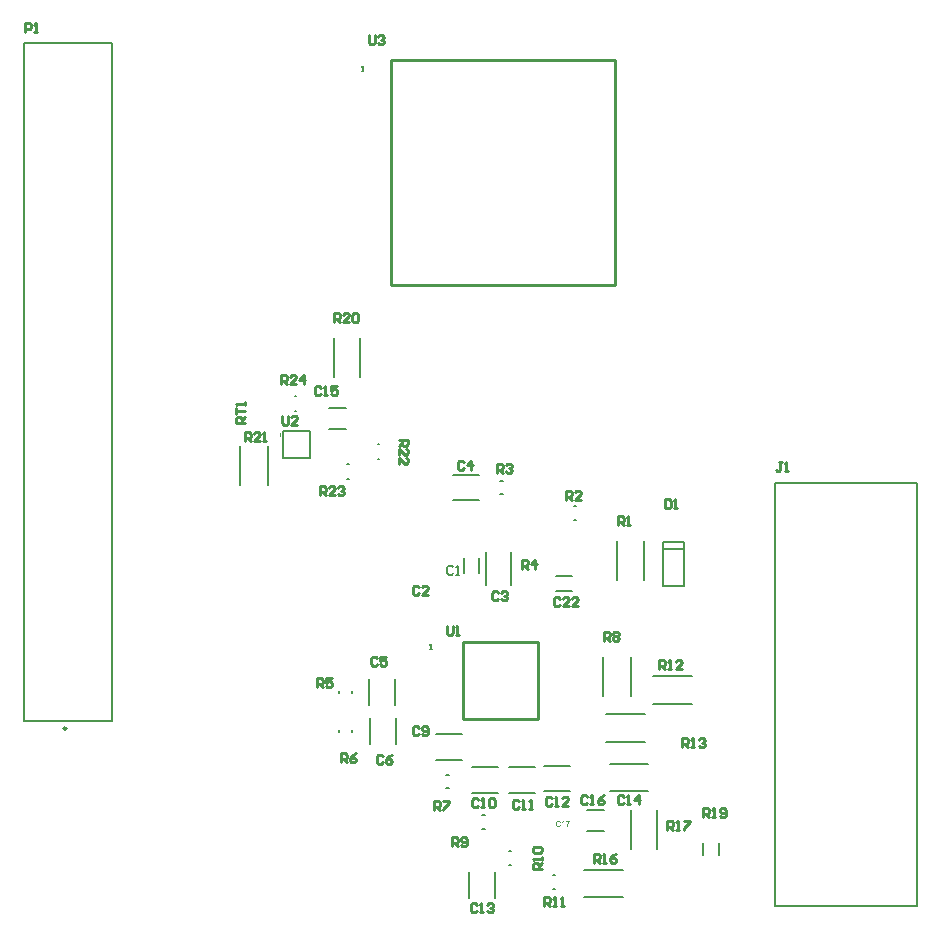
<source format=gto>
G04*
G04 #@! TF.GenerationSoftware,Altium Limited,Altium Designer,24.10.1 (45)*
G04*
G04 Layer_Color=65535*
%FSLAX44Y44*%
%MOMM*%
G71*
G04*
G04 #@! TF.SameCoordinates,DF843893-4558-481A-A0A7-994FBF74EE7B*
G04*
G04*
G04 #@! TF.FilePolarity,Positive*
G04*
G01*
G75*
%ADD10C,0.2500*%
%ADD11C,0.2540*%
%ADD12C,0.2000*%
%ADD13C,0.1270*%
%ADD14C,0.1800*%
G36*
X456249Y81253D02*
X456311Y81248D01*
X456382Y81238D01*
X456463Y81224D01*
X456553Y81210D01*
X456643Y81191D01*
X456743Y81167D01*
X456847Y81134D01*
X456947Y81101D01*
X457052Y81058D01*
X457156Y81006D01*
X457256Y80949D01*
X457351Y80882D01*
X457356Y80877D01*
X457375Y80863D01*
X457398Y80844D01*
X457432Y80816D01*
X457474Y80778D01*
X457517Y80730D01*
X457569Y80673D01*
X457626Y80611D01*
X457683Y80540D01*
X457740Y80464D01*
X457797Y80379D01*
X457854Y80284D01*
X457911Y80184D01*
X457964Y80075D01*
X458006Y79961D01*
X458049Y79837D01*
X457413Y79690D01*
Y79695D01*
X457403Y79714D01*
X457394Y79742D01*
X457379Y79776D01*
X457365Y79818D01*
X457341Y79871D01*
X457318Y79923D01*
X457289Y79984D01*
X457218Y80108D01*
X457132Y80236D01*
X457033Y80355D01*
X456976Y80412D01*
X456919Y80459D01*
X456914Y80464D01*
X456904Y80469D01*
X456885Y80483D01*
X456862Y80497D01*
X456828Y80516D01*
X456790Y80535D01*
X456748Y80559D01*
X456695Y80583D01*
X456643Y80607D01*
X456581Y80630D01*
X456515Y80649D01*
X456444Y80668D01*
X456287Y80697D01*
X456201Y80702D01*
X456111Y80706D01*
X456059D01*
X456016Y80702D01*
X455969Y80697D01*
X455912Y80692D01*
X455850Y80683D01*
X455783Y80673D01*
X455631Y80640D01*
X455555Y80621D01*
X455475Y80592D01*
X455399Y80559D01*
X455318Y80526D01*
X455242Y80483D01*
X455171Y80436D01*
X455166Y80431D01*
X455156Y80421D01*
X455137Y80407D01*
X455109Y80388D01*
X455080Y80360D01*
X455042Y80326D01*
X455004Y80288D01*
X454967Y80246D01*
X454919Y80193D01*
X454876Y80141D01*
X454833Y80079D01*
X454791Y80013D01*
X454748Y79946D01*
X454710Y79871D01*
X454677Y79795D01*
X454644Y79709D01*
Y79704D01*
X454639Y79690D01*
X454629Y79666D01*
X454620Y79633D01*
X454610Y79590D01*
X454596Y79543D01*
X454582Y79486D01*
X454567Y79424D01*
X454553Y79358D01*
X454539Y79282D01*
X454515Y79125D01*
X454496Y78954D01*
X454492Y78778D01*
Y78773D01*
Y78749D01*
Y78716D01*
X454496Y78674D01*
Y78621D01*
X454501Y78555D01*
X454506Y78488D01*
X454515Y78408D01*
X454525Y78327D01*
X454534Y78241D01*
X454567Y78056D01*
X454610Y77871D01*
X454672Y77690D01*
Y77685D01*
X454682Y77671D01*
X454691Y77648D01*
X454705Y77614D01*
X454724Y77576D01*
X454748Y77534D01*
X454810Y77434D01*
X454891Y77320D01*
X454986Y77206D01*
X455099Y77097D01*
X455166Y77049D01*
X455232Y77002D01*
X455237Y76997D01*
X455251Y76992D01*
X455270Y76983D01*
X455299Y76968D01*
X455332Y76949D01*
X455375Y76930D01*
X455422Y76911D01*
X455479Y76888D01*
X455536Y76869D01*
X455603Y76845D01*
X455741Y76812D01*
X455897Y76783D01*
X455978Y76778D01*
X456059Y76774D01*
X456111D01*
X456149Y76778D01*
X456197Y76783D01*
X456249Y76788D01*
X456311Y76797D01*
X456377Y76812D01*
X456520Y76850D01*
X456596Y76873D01*
X456676Y76902D01*
X456752Y76940D01*
X456828Y76983D01*
X456904Y77030D01*
X456976Y77082D01*
X456980Y77087D01*
X456990Y77097D01*
X457014Y77116D01*
X457037Y77139D01*
X457066Y77173D01*
X457104Y77215D01*
X457142Y77263D01*
X457180Y77315D01*
X457223Y77377D01*
X457265Y77448D01*
X457308Y77524D01*
X457351Y77605D01*
X457389Y77695D01*
X457422Y77795D01*
X457455Y77899D01*
X457484Y78008D01*
X458130Y77847D01*
Y77838D01*
X458120Y77814D01*
X458106Y77771D01*
X458092Y77719D01*
X458068Y77652D01*
X458040Y77576D01*
X458002Y77491D01*
X457964Y77401D01*
X457916Y77301D01*
X457864Y77201D01*
X457802Y77101D01*
X457736Y77002D01*
X457660Y76902D01*
X457584Y76807D01*
X457493Y76717D01*
X457398Y76636D01*
X457394Y76631D01*
X457375Y76617D01*
X457346Y76598D01*
X457303Y76569D01*
X457251Y76541D01*
X457189Y76508D01*
X457118Y76470D01*
X457042Y76432D01*
X456952Y76389D01*
X456852Y76356D01*
X456748Y76318D01*
X456634Y76289D01*
X456510Y76261D01*
X456387Y76242D01*
X456249Y76227D01*
X456111Y76223D01*
X456035D01*
X455978Y76227D01*
X455912Y76232D01*
X455836Y76242D01*
X455750Y76251D01*
X455655Y76261D01*
X455555Y76280D01*
X455451Y76299D01*
X455346Y76327D01*
X455237Y76356D01*
X455133Y76394D01*
X455023Y76436D01*
X454924Y76484D01*
X454829Y76541D01*
X454824Y76546D01*
X454810Y76555D01*
X454781Y76574D01*
X454748Y76603D01*
X454705Y76631D01*
X454663Y76674D01*
X454610Y76721D01*
X454553Y76778D01*
X454492Y76840D01*
X454430Y76907D01*
X454368Y76983D01*
X454306Y77068D01*
X454249Y77158D01*
X454188Y77253D01*
X454135Y77358D01*
X454083Y77467D01*
X454078Y77477D01*
X454073Y77496D01*
X454059Y77529D01*
X454045Y77572D01*
X454026Y77628D01*
X454002Y77695D01*
X453979Y77771D01*
X453955Y77856D01*
X453931Y77951D01*
X453907Y78051D01*
X453888Y78161D01*
X453865Y78274D01*
X453850Y78393D01*
X453836Y78517D01*
X453831Y78645D01*
X453826Y78773D01*
Y78783D01*
Y78807D01*
Y78849D01*
X453831Y78902D01*
X453836Y78968D01*
X453841Y79044D01*
X453850Y79130D01*
X453865Y79225D01*
X453879Y79324D01*
X453898Y79429D01*
X453922Y79543D01*
X453950Y79652D01*
X453983Y79766D01*
X454021Y79880D01*
X454064Y79989D01*
X454116Y80098D01*
X454121Y80103D01*
X454131Y80122D01*
X454145Y80155D01*
X454169Y80193D01*
X454202Y80241D01*
X454235Y80293D01*
X454278Y80355D01*
X454330Y80421D01*
X454382Y80488D01*
X454444Y80559D01*
X454515Y80630D01*
X454586Y80702D01*
X454667Y80773D01*
X454753Y80839D01*
X454843Y80906D01*
X454943Y80963D01*
X454948Y80968D01*
X454967Y80977D01*
X454995Y80991D01*
X455038Y81010D01*
X455085Y81029D01*
X455147Y81058D01*
X455213Y81082D01*
X455294Y81110D01*
X455375Y81139D01*
X455465Y81162D01*
X455565Y81191D01*
X455669Y81210D01*
X455779Y81229D01*
X455888Y81243D01*
X456007Y81253D01*
X456125Y81257D01*
X456197D01*
X456249Y81253D01*
D02*
G37*
G36*
X465653Y80645D02*
X465649Y80640D01*
X465634Y80621D01*
X465606Y80592D01*
X465573Y80554D01*
X465530Y80502D01*
X465482Y80445D01*
X465425Y80374D01*
X465364Y80293D01*
X465297Y80203D01*
X465221Y80103D01*
X465145Y79994D01*
X465065Y79875D01*
X464984Y79752D01*
X464898Y79619D01*
X464813Y79476D01*
X464727Y79324D01*
X464723Y79315D01*
X464708Y79286D01*
X464684Y79243D01*
X464651Y79182D01*
X464613Y79110D01*
X464571Y79020D01*
X464523Y78920D01*
X464471Y78807D01*
X464414Y78683D01*
X464357Y78555D01*
X464295Y78412D01*
X464238Y78270D01*
X464181Y78118D01*
X464124Y77961D01*
X464072Y77800D01*
X464024Y77638D01*
Y77633D01*
X464015Y77610D01*
X464005Y77576D01*
X463996Y77534D01*
X463982Y77477D01*
X463963Y77405D01*
X463948Y77329D01*
X463929Y77244D01*
X463910Y77149D01*
X463891Y77044D01*
X463872Y76935D01*
X463853Y76816D01*
X463834Y76698D01*
X463820Y76569D01*
X463796Y76303D01*
X463184D01*
Y76308D01*
Y76332D01*
X463188Y76360D01*
Y76403D01*
X463193Y76460D01*
X463198Y76527D01*
X463207Y76603D01*
X463217Y76688D01*
X463226Y76788D01*
X463241Y76892D01*
X463260Y77006D01*
X463283Y77125D01*
X463307Y77258D01*
X463336Y77391D01*
X463369Y77538D01*
X463407Y77685D01*
Y77690D01*
X463412Y77695D01*
X463416Y77723D01*
X463431Y77766D01*
X463445Y77823D01*
X463469Y77899D01*
X463497Y77985D01*
X463526Y78080D01*
X463564Y78189D01*
X463606Y78303D01*
X463654Y78426D01*
X463701Y78559D01*
X463758Y78692D01*
X463882Y78973D01*
X464024Y79258D01*
X464029Y79267D01*
X464043Y79291D01*
X464067Y79329D01*
X464096Y79386D01*
X464134Y79448D01*
X464176Y79524D01*
X464229Y79609D01*
X464286Y79700D01*
X464347Y79799D01*
X464414Y79904D01*
X464556Y80117D01*
X464718Y80331D01*
X464799Y80436D01*
X464884Y80535D01*
X462504D01*
Y81110D01*
X465653D01*
Y80645D01*
D02*
G37*
G36*
X460932Y76303D02*
X460334D01*
Y80108D01*
X460329D01*
X460324Y80098D01*
X460310Y80089D01*
X460296Y80075D01*
X460248Y80032D01*
X460182Y79980D01*
X460101Y79918D01*
X460001Y79847D01*
X459887Y79771D01*
X459764Y79695D01*
X459759D01*
X459749Y79685D01*
X459730Y79676D01*
X459707Y79661D01*
X459674Y79643D01*
X459640Y79623D01*
X459555Y79581D01*
X459460Y79533D01*
X459355Y79481D01*
X459246Y79433D01*
X459142Y79391D01*
Y79965D01*
X459146Y79970D01*
X459165Y79975D01*
X459189Y79989D01*
X459227Y80008D01*
X459270Y80032D01*
X459317Y80060D01*
X459374Y80089D01*
X459436Y80127D01*
X459574Y80208D01*
X459721Y80307D01*
X459868Y80417D01*
X460015Y80535D01*
X460020Y80540D01*
X460030Y80550D01*
X460053Y80569D01*
X460077Y80592D01*
X460106Y80626D01*
X460144Y80659D01*
X460182Y80702D01*
X460224Y80744D01*
X460310Y80844D01*
X460396Y80953D01*
X460476Y81072D01*
X460514Y81129D01*
X460543Y81191D01*
X460932D01*
Y76303D01*
D02*
G37*
G36*
X220968Y406400D02*
X220574D01*
Y408903D01*
X220571D01*
X220568Y408896D01*
X220559Y408890D01*
X220549Y408881D01*
X220518Y408853D01*
X220474Y408818D01*
X220421Y408778D01*
X220355Y408731D01*
X220280Y408681D01*
X220199Y408631D01*
X220196D01*
X220190Y408624D01*
X220177Y408618D01*
X220162Y408609D01*
X220140Y408596D01*
X220118Y408584D01*
X220062Y408556D01*
X219999Y408525D01*
X219931Y408490D01*
X219859Y408459D01*
X219790Y408431D01*
Y408809D01*
X219793Y408812D01*
X219806Y408815D01*
X219821Y408824D01*
X219846Y408837D01*
X219874Y408853D01*
X219906Y408871D01*
X219943Y408890D01*
X219984Y408915D01*
X220074Y408968D01*
X220171Y409034D01*
X220268Y409106D01*
X220365Y409184D01*
X220368Y409187D01*
X220374Y409193D01*
X220390Y409206D01*
X220406Y409221D01*
X220424Y409243D01*
X220449Y409265D01*
X220474Y409293D01*
X220502Y409321D01*
X220559Y409387D01*
X220615Y409459D01*
X220668Y409537D01*
X220693Y409574D01*
X220712Y409615D01*
X220968D01*
Y406400D01*
D02*
G37*
D10*
X39350Y159350D02*
G03*
X39350Y159350I-1250J0D01*
G01*
D11*
X375370Y232560D02*
X438870D01*
X375370Y167790D02*
X438870D01*
Y232560D01*
X375370Y167790D02*
Y232560D01*
X314390Y534870D02*
X503620D01*
X314390D02*
Y725370D01*
X503620Y534870D02*
Y724100D01*
X314390Y725370D02*
X503620D01*
X361312Y246529D02*
Y240181D01*
X362581Y238911D01*
X365120D01*
X366390Y240181D01*
Y246529D01*
X368929Y238911D02*
X371468D01*
X370199D01*
Y246529D01*
X368929Y245259D01*
X441849Y40008D02*
X434231D01*
Y43817D01*
X435501Y45086D01*
X438040D01*
X439310Y43817D01*
Y40008D01*
Y42547D02*
X441849Y45086D01*
Y47626D02*
Y50165D01*
Y48895D01*
X434231D01*
X435501Y47626D01*
Y53974D02*
X434231Y55243D01*
Y57782D01*
X435501Y59052D01*
X440579D01*
X441849Y57782D01*
Y55243D01*
X440579Y53974D01*
X435501D01*
X485778Y45721D02*
Y53339D01*
X489587D01*
X490856Y52069D01*
Y49530D01*
X489587Y48260D01*
X485778D01*
X488317D02*
X490856Y45721D01*
X493396D02*
X495935D01*
X494665D01*
Y53339D01*
X493396Y52069D01*
X504822Y53339D02*
X502283Y52069D01*
X499744Y49530D01*
Y46991D01*
X501013Y45721D01*
X503552D01*
X504822Y46991D01*
Y48260D01*
X503552Y49530D01*
X499744D01*
X560708Y143511D02*
Y151129D01*
X564517D01*
X565786Y149859D01*
Y147320D01*
X564517Y146050D01*
X560708D01*
X563247D02*
X565786Y143511D01*
X568326D02*
X570865D01*
X569595D01*
Y151129D01*
X568326Y149859D01*
X574674D02*
X575943Y151129D01*
X578482D01*
X579752Y149859D01*
Y148590D01*
X578482Y147320D01*
X577213D01*
X578482D01*
X579752Y146050D01*
Y144781D01*
X578482Y143511D01*
X575943D01*
X574674Y144781D01*
X457202Y269239D02*
X455932Y270509D01*
X453393D01*
X452123Y269239D01*
Y264161D01*
X453393Y262891D01*
X455932D01*
X457202Y264161D01*
X464819Y262891D02*
X459741D01*
X464819Y267970D01*
Y269239D01*
X463550Y270509D01*
X461010D01*
X459741Y269239D01*
X472437Y262891D02*
X467358D01*
X472437Y267970D01*
Y269239D01*
X471167Y270509D01*
X468628D01*
X467358Y269239D01*
X644904Y384808D02*
X642365D01*
X643635D01*
Y378460D01*
X642365Y377190D01*
X641096D01*
X639826Y378460D01*
X647443Y377190D02*
X649983D01*
X648713D01*
Y384808D01*
X647443Y383538D01*
X403862Y375921D02*
Y383539D01*
X407671D01*
X408940Y382269D01*
Y379730D01*
X407671Y378460D01*
X403862D01*
X406401D02*
X408940Y375921D01*
X411480Y382269D02*
X412749Y383539D01*
X415288D01*
X416558Y382269D01*
Y381000D01*
X415288Y379730D01*
X414019D01*
X415288D01*
X416558Y378460D01*
Y377191D01*
X415288Y375921D01*
X412749D01*
X411480Y377191D01*
X541255Y209551D02*
Y217169D01*
X545063D01*
X546333Y215899D01*
Y213360D01*
X545063Y212090D01*
X541255D01*
X543794D02*
X546333Y209551D01*
X548872D02*
X551411D01*
X550142D01*
Y217169D01*
X548872Y215899D01*
X560298Y209551D02*
X555220D01*
X560298Y214630D01*
Y215899D01*
X559029Y217169D01*
X556490D01*
X555220Y215899D01*
X511176Y101599D02*
X509907Y102869D01*
X507368D01*
X506098Y101599D01*
Y96521D01*
X507368Y95251D01*
X509907D01*
X511176Y96521D01*
X513716Y95251D02*
X516255D01*
X514985D01*
Y102869D01*
X513716Y101599D01*
X523872Y95251D02*
Y102869D01*
X520064Y99060D01*
X525142D01*
X443868Y8891D02*
Y16509D01*
X447676D01*
X448946Y15239D01*
Y12700D01*
X447676Y11430D01*
X443868D01*
X446407D02*
X448946Y8891D01*
X451485D02*
X454024D01*
X452755D01*
Y16509D01*
X451485Y15239D01*
X457833Y8891D02*
X460372D01*
X459103D01*
Y16509D01*
X457833Y15239D01*
X365762Y59691D02*
Y67309D01*
X369571D01*
X370840Y66039D01*
Y63500D01*
X369571Y62230D01*
X365762D01*
X368301D02*
X370840Y59691D01*
X373380Y60961D02*
X374649Y59691D01*
X377188D01*
X378458Y60961D01*
Y66039D01*
X377188Y67309D01*
X374649D01*
X373380Y66039D01*
Y64770D01*
X374649Y63500D01*
X378458D01*
X350632Y90171D02*
Y97789D01*
X354441D01*
X355710Y96519D01*
Y93980D01*
X354441Y92710D01*
X350632D01*
X353171D02*
X355710Y90171D01*
X358250Y97789D02*
X363328D01*
Y96519D01*
X358250Y91441D01*
Y90171D01*
X337820Y160019D02*
X336551Y161289D01*
X334012D01*
X332742Y160019D01*
Y154941D01*
X334012Y153671D01*
X336551D01*
X337820Y154941D01*
X340360D02*
X341629Y153671D01*
X344168D01*
X345438Y154941D01*
Y160019D01*
X344168Y161289D01*
X341629D01*
X340360Y160019D01*
Y158750D01*
X341629Y157480D01*
X345438D01*
X271782Y130811D02*
Y138429D01*
X275591D01*
X276860Y137159D01*
Y134620D01*
X275591Y133350D01*
X271782D01*
X274321D02*
X276860Y130811D01*
X284478Y138429D02*
X281939Y137159D01*
X279400Y134620D01*
Y132081D01*
X280669Y130811D01*
X283208D01*
X284478Y132081D01*
Y133350D01*
X283208Y134620D01*
X279400D01*
X337820Y278999D02*
X336551Y280269D01*
X334012D01*
X332742Y278999D01*
Y273921D01*
X334012Y272651D01*
X336551D01*
X337820Y273921D01*
X345438Y272651D02*
X340360D01*
X345438Y277730D01*
Y278999D01*
X344168Y280269D01*
X341629D01*
X340360Y278999D01*
X251462Y194311D02*
Y201929D01*
X255271D01*
X256540Y200659D01*
Y198120D01*
X255271Y196850D01*
X251462D01*
X254001D02*
X256540Y194311D01*
X264158Y201929D02*
X259080D01*
Y198120D01*
X261619Y199390D01*
X262888D01*
X264158Y198120D01*
Y195581D01*
X262888Y194311D01*
X260349D01*
X259080Y195581D01*
X405130Y274319D02*
X403861Y275589D01*
X401322D01*
X400052Y274319D01*
Y269241D01*
X401322Y267971D01*
X403861D01*
X405130Y269241D01*
X407670Y274319D02*
X408939Y275589D01*
X411478D01*
X412748Y274319D01*
Y273050D01*
X411478Y271780D01*
X410209D01*
X411478D01*
X412748Y270510D01*
Y269241D01*
X411478Y267971D01*
X408939D01*
X407670Y269241D01*
X375920Y384809D02*
X374651Y386079D01*
X372112D01*
X370842Y384809D01*
Y379731D01*
X372112Y378461D01*
X374651D01*
X375920Y379731D01*
X382268Y378461D02*
Y386079D01*
X378460Y382270D01*
X383538D01*
X386716Y10159D02*
X385447Y11429D01*
X382908D01*
X381638Y10159D01*
Y5081D01*
X382908Y3811D01*
X385447D01*
X386716Y5081D01*
X389256Y3811D02*
X391795D01*
X390525D01*
Y11429D01*
X389256Y10159D01*
X395604D02*
X396873Y11429D01*
X399412D01*
X400682Y10159D01*
Y8890D01*
X399412Y7620D01*
X398143D01*
X399412D01*
X400682Y6350D01*
Y5081D01*
X399412Y3811D01*
X396873D01*
X395604Y5081D01*
X480296Y101599D02*
X479027Y102869D01*
X476488D01*
X475218Y101599D01*
Y96521D01*
X476488Y95251D01*
X479027D01*
X480296Y96521D01*
X482836Y95251D02*
X485375D01*
X484105D01*
Y102869D01*
X482836Y101599D01*
X494262Y102869D02*
X491723Y101599D01*
X489184Y99060D01*
Y96521D01*
X490453Y95251D01*
X492992D01*
X494262Y96521D01*
Y97790D01*
X492992Y99060D01*
X489184D01*
X450216Y100329D02*
X448947Y101599D01*
X446408D01*
X445138Y100329D01*
Y95251D01*
X446408Y93981D01*
X448947D01*
X450216Y95251D01*
X452756Y93981D02*
X455295D01*
X454025D01*
Y101599D01*
X452756Y100329D01*
X464182Y93981D02*
X459104D01*
X464182Y99060D01*
Y100329D01*
X462912Y101599D01*
X460373D01*
X459104Y100329D01*
X422276Y97789D02*
X421006Y99059D01*
X418467D01*
X417198Y97789D01*
Y92711D01*
X418467Y91441D01*
X421006D01*
X422276Y92711D01*
X424815Y91441D02*
X427354D01*
X426085D01*
Y99059D01*
X424815Y97789D01*
X431163Y91441D02*
X433702D01*
X432433D01*
Y99059D01*
X431163Y97789D01*
X190503Y402591D02*
Y410209D01*
X194312D01*
X195581Y408939D01*
Y406400D01*
X194312Y405130D01*
X190503D01*
X193042D02*
X195581Y402591D01*
X203199D02*
X198120D01*
X203199Y407670D01*
Y408939D01*
X201929Y410209D01*
X199390D01*
X198120Y408939D01*
X205738Y402591D02*
X208277D01*
X207008D01*
Y410209D01*
X205738Y408939D01*
X387986Y99059D02*
X386717Y100329D01*
X384178D01*
X382908Y99059D01*
Y93981D01*
X384178Y92711D01*
X386717D01*
X387986Y93981D01*
X390526Y92711D02*
X393065D01*
X391795D01*
Y100329D01*
X390526Y99059D01*
X396874D02*
X398143Y100329D01*
X400682D01*
X401952Y99059D01*
Y93981D01*
X400682Y92711D01*
X398143D01*
X396874Y93981D01*
Y99059D01*
X266192Y503428D02*
Y511045D01*
X270001D01*
X271270Y509776D01*
Y507237D01*
X270001Y505967D01*
X266192D01*
X268731D02*
X271270Y503428D01*
X278888D02*
X273810D01*
X278888Y508506D01*
Y509776D01*
X277618Y511045D01*
X275079D01*
X273810Y509776D01*
X281427D02*
X282697Y511045D01*
X285236D01*
X286505Y509776D01*
Y504698D01*
X285236Y503428D01*
X282697D01*
X281427Y504698D01*
Y509776D01*
X295292Y746259D02*
Y739911D01*
X296562Y738641D01*
X299101D01*
X300370Y739911D01*
Y746259D01*
X302910Y744989D02*
X304179Y746259D01*
X306718D01*
X307988Y744989D01*
Y743720D01*
X306718Y742450D01*
X305449D01*
X306718D01*
X307988Y741180D01*
Y739911D01*
X306718Y738641D01*
X304179D01*
X302910Y739911D01*
X222252Y424179D02*
Y417831D01*
X223522Y416561D01*
X226061D01*
X227330Y417831D01*
Y424179D01*
X234948Y416561D02*
X229870D01*
X234948Y421640D01*
Y422909D01*
X233678Y424179D01*
X231139D01*
X229870Y422909D01*
X190499Y417833D02*
X182881D01*
Y421642D01*
X184151Y422911D01*
X186690D01*
X187960Y421642D01*
Y417833D01*
Y420372D02*
X190499Y422911D01*
X182881Y425450D02*
Y430529D01*
Y427990D01*
X190499D01*
Y433068D02*
Y435607D01*
Y434338D01*
X182881D01*
X184151Y433068D01*
X221234Y450850D02*
Y458467D01*
X225043D01*
X226312Y457198D01*
Y454659D01*
X225043Y453389D01*
X221234D01*
X223773D02*
X226312Y450850D01*
X233930D02*
X228852D01*
X233930Y455928D01*
Y457198D01*
X232660Y458467D01*
X230121D01*
X228852Y457198D01*
X240278Y450850D02*
Y458467D01*
X236469Y454659D01*
X241547D01*
X254003Y356871D02*
Y364489D01*
X257812D01*
X259082Y363219D01*
Y360680D01*
X257812Y359410D01*
X254003D01*
X256542D02*
X259082Y356871D01*
X266699D02*
X261621D01*
X266699Y361950D01*
Y363219D01*
X265430Y364489D01*
X262890D01*
X261621Y363219D01*
X269238D02*
X270508Y364489D01*
X273047D01*
X274317Y363219D01*
Y361950D01*
X273047Y360680D01*
X271778D01*
X273047D01*
X274317Y359410D01*
Y358141D01*
X273047Y356871D01*
X270508D01*
X269238Y358141D01*
X320660Y403857D02*
X328277D01*
Y400048D01*
X327008Y398778D01*
X324469D01*
X323199Y400048D01*
Y403857D01*
Y401317D02*
X320660Y398778D01*
Y391161D02*
Y396239D01*
X325738Y391161D01*
X327008D01*
X328277Y392430D01*
Y394970D01*
X327008Y396239D01*
X320660Y383543D02*
Y388622D01*
X325738Y383543D01*
X327008D01*
X328277Y384813D01*
Y387352D01*
X327008Y388622D01*
X578358Y84074D02*
Y91692D01*
X582167D01*
X583436Y90422D01*
Y87883D01*
X582167Y86613D01*
X578358D01*
X580897D02*
X583436Y84074D01*
X585975D02*
X588515D01*
X587245D01*
Y91692D01*
X585975Y90422D01*
X592323Y85344D02*
X593593Y84074D01*
X596132D01*
X597402Y85344D01*
Y90422D01*
X596132Y91692D01*
X593593D01*
X592323Y90422D01*
Y89152D01*
X593593Y87883D01*
X597402D01*
X548008Y73661D02*
Y81279D01*
X551817D01*
X553086Y80009D01*
Y77470D01*
X551817Y76200D01*
X548008D01*
X550547D02*
X553086Y73661D01*
X555626D02*
X558165D01*
X556895D01*
Y81279D01*
X555626Y80009D01*
X561974Y81279D02*
X567052D01*
Y80009D01*
X561974Y74931D01*
Y73661D01*
X494284Y233680D02*
Y241297D01*
X498093D01*
X499362Y240028D01*
Y237489D01*
X498093Y236219D01*
X494284D01*
X496823D02*
X499362Y233680D01*
X501902Y240028D02*
X503171Y241297D01*
X505710D01*
X506980Y240028D01*
Y238758D01*
X505710Y237489D01*
X506980Y236219D01*
Y234950D01*
X505710Y233680D01*
X503171D01*
X501902Y234950D01*
Y236219D01*
X503171Y237489D01*
X501902Y238758D01*
Y240028D01*
X503171Y237489D02*
X505710D01*
X424942Y294386D02*
Y302003D01*
X428751D01*
X430020Y300734D01*
Y298195D01*
X428751Y296925D01*
X424942D01*
X427481D02*
X430020Y294386D01*
X436368D02*
Y302003D01*
X432560Y298195D01*
X437638D01*
X462282Y353061D02*
Y360679D01*
X466091D01*
X467360Y359409D01*
Y356870D01*
X466091Y355600D01*
X462282D01*
X464821D02*
X467360Y353061D01*
X474978D02*
X469900D01*
X474978Y358140D01*
Y359409D01*
X473708Y360679D01*
X471169D01*
X469900Y359409D01*
X506222Y331470D02*
Y339087D01*
X510031D01*
X511300Y337818D01*
Y335279D01*
X510031Y334009D01*
X506222D01*
X508761D02*
X511300Y331470D01*
X513839D02*
X516379D01*
X515109D01*
Y339087D01*
X513839Y337818D01*
X4318Y748792D02*
Y756410D01*
X8127D01*
X9396Y755140D01*
Y752601D01*
X8127Y751331D01*
X4318D01*
X11935Y748792D02*
X14475D01*
X13205D01*
Y756410D01*
X11935Y755140D01*
X546100Y353565D02*
Y345948D01*
X549909D01*
X551178Y347218D01*
Y352296D01*
X549909Y353565D01*
X546100D01*
X553717Y345948D02*
X556257D01*
X554987D01*
Y353565D01*
X553717Y352296D01*
X254506Y447800D02*
X253237Y449070D01*
X250698D01*
X249428Y447800D01*
Y442722D01*
X250698Y441452D01*
X253237D01*
X254506Y442722D01*
X257045Y441452D02*
X259585D01*
X258315D01*
Y449070D01*
X257045Y447800D01*
X268472Y449070D02*
X263393D01*
Y445261D01*
X265933Y446530D01*
X267202D01*
X268472Y445261D01*
Y442722D01*
X267202Y441452D01*
X264663D01*
X263393Y442722D01*
X307340Y135889D02*
X306071Y137159D01*
X303532D01*
X302262Y135889D01*
Y130811D01*
X303532Y129541D01*
X306071D01*
X307340Y130811D01*
X314958Y137159D02*
X312419Y135889D01*
X309880Y133350D01*
Y130811D01*
X311149Y129541D01*
X313688D01*
X314958Y130811D01*
Y132080D01*
X313688Y133350D01*
X309880D01*
X302512Y218946D02*
X301243Y220215D01*
X298704D01*
X297434Y218946D01*
Y213868D01*
X298704Y212598D01*
X301243D01*
X302512Y213868D01*
X310130Y220215D02*
X305051D01*
Y216407D01*
X307591Y217676D01*
X308860D01*
X310130Y216407D01*
Y213868D01*
X308860Y212598D01*
X306321D01*
X305051Y213868D01*
D12*
X414180Y55280D02*
X416180D01*
X414180Y43780D02*
X416180D01*
X477901Y39251D02*
X510963D01*
X477901Y16629D02*
X510963D01*
X496549Y171801D02*
X529611D01*
X496549Y148239D02*
X529611D01*
X454120Y288290D02*
X467520D01*
X454120Y275590D02*
X467520D01*
X759470Y9410D02*
Y367310D01*
X639470D02*
X759470D01*
X639470Y9410D02*
X759470D01*
X639470D02*
Y367310D01*
X406670Y357470D02*
X408670D01*
X406670Y368970D02*
X408670D01*
X535919Y203551D02*
X568981D01*
X535919Y179989D02*
X568981D01*
X499329Y106569D02*
X531911D01*
X499329Y129651D02*
X531911D01*
X480430Y90030D02*
X494930D01*
X480430Y72530D02*
X494930D01*
X451120Y34960D02*
X453120D01*
X451120Y23460D02*
X453120D01*
X391430Y74260D02*
X393430D01*
X391430Y85760D02*
X393430D01*
X360950Y108550D02*
X362950D01*
X360950Y120050D02*
X362950D01*
X352100Y154260D02*
X374100D01*
X352100Y132760D02*
X374100D01*
X269840Y156480D02*
Y158480D01*
X281340Y156480D02*
Y158480D01*
X269840Y189500D02*
Y191500D01*
X281340Y189500D02*
Y191500D01*
X394319Y280579D02*
Y308701D01*
X415941Y280579D02*
Y308701D01*
X366310Y373970D02*
X388310D01*
X366310Y352470D02*
X388310D01*
X401910Y15670D02*
Y37670D01*
X380410Y15670D02*
Y37670D01*
X443660Y127590D02*
X465660D01*
X443660Y106090D02*
X465660D01*
X414450Y104820D02*
X436450D01*
X414450Y126320D02*
X436450D01*
X186339Y365739D02*
Y398801D01*
X209901Y365739D02*
Y398801D01*
X382700Y126320D02*
X404700D01*
X382700Y104820D02*
X404700D01*
X318090Y146600D02*
Y168600D01*
X296590Y146600D02*
Y168600D01*
X375920Y290670D02*
Y304070D01*
X388620Y290670D02*
Y304070D01*
X3100Y165850D02*
Y739850D01*
Y165850D02*
X78100D01*
Y739850D01*
X3100D02*
X78100D01*
X544895Y311150D02*
X562545D01*
Y279575D02*
Y317325D01*
X544895D02*
X562545D01*
X544895Y279575D02*
Y317325D01*
Y279575D02*
X562545D01*
X276785Y383440D02*
X278237D01*
X276785Y370940D02*
X278237D01*
X265549Y456777D02*
Y489839D01*
X288171Y456777D02*
Y489839D01*
X302804Y399950D02*
X304256D01*
X302804Y387450D02*
X304256D01*
X222330Y388620D02*
X245190D01*
Y411480D01*
X222330Y388620D02*
Y411480D01*
X245190D01*
X468900Y347380D02*
X470900D01*
X468900Y335880D02*
X470900D01*
X517241Y187073D02*
Y220135D01*
X493679Y187073D02*
Y220135D01*
X517009Y57531D02*
Y90593D01*
X539631Y57531D02*
Y90593D01*
X261990Y412890D02*
X276490D01*
X261990Y430390D02*
X276490D01*
X578720Y52150D02*
Y62150D01*
X592220Y52150D02*
Y62150D01*
X232572Y428090D02*
X234025D01*
X232572Y440590D02*
X234025D01*
X295816Y178980D02*
Y200980D01*
X317316Y178980D02*
Y200980D01*
X528201Y284861D02*
Y317923D01*
X505579Y284861D02*
Y317923D01*
D13*
X367030Y295909D02*
X365761Y297179D01*
X363221Y297179D01*
X361952Y295909D01*
X361951Y290831D01*
X363221Y289561D01*
X365760Y289561D01*
X367030Y290831D01*
X369569Y289561D02*
X372108Y289561D01*
X370839Y289561D01*
X370839Y297179D01*
X369569Y295909D01*
D14*
X347240Y226590D02*
X348573D01*
X347906D01*
Y230589D01*
X347240Y229922D01*
X289400Y716440D02*
X290733D01*
X290067D01*
Y720439D01*
X289400Y719772D01*
M02*

</source>
